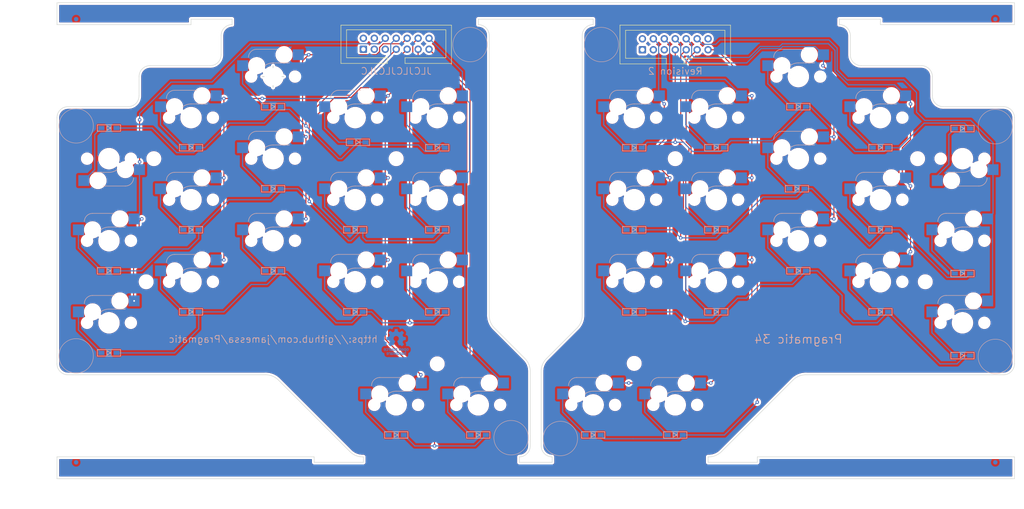
<source format=kicad_pcb>
(kicad_pcb (version 20211014) (generator pcbnew)
  (title_block (title "Pragmatic 34 input module") (date "2022-08-07") (rev "2") (company "James Sa") (comment 1 "R2 Panelize and lower thumb posisition."))
  (layers (0 "F.Cu" signal) (31 "B.Cu" signal) (34 "B.Paste" user) (35 "F.Paste" user) (36 "B.SilkS" user "B.Silkscreen") (37 "F.SilkS" user "F.Silkscreen") (38 "B.Mask" user) (39 "F.Mask" user) (44 "Edge.Cuts" user))
  (net 0 "")
  (net 1 "Net-(D1-Pad2)")
  (net 2 "Net-(D6-Pad2)")
  (net 3 "Net-(D2-Pad2)")
  (net 4 "Net-(D7-Pad2)")
  (net 5 "Net-(D12-Pad2)")
  (net 6 "Net-(D8-Pad2)")
  (net 7 "VCC")
  (net 8 "Col3")
  (net 9 "Col2")
  (net 10 "Row3")
  (net 11 "GND")
  (net 12 "Row4")
  (net 13 "Row5")
  (net 14 "Row6")
  (net 15 "Col6")
  (net 16 "Col5")
  (net 17 "Col4")
  (net 18 "Net-(D3-Pad2)")
  (net 19 "Net-(D4-Pad2)")
  (net 20 "Net-(D5-Pad2)")
  (net 21 "Net-(D18-Pad2)")
  (net 22 "Net-(D9-Pad2)")
  (net 23 "Net-(D10-Pad2)")
  (net 24 "Net-(D11-Pad2)")
  (net 25 "Net-(D13-Pad2)")
  (net 26 "Net-(D14-Pad2)")
  (net 27 "Net-(D15-Pad2)")
  (net 28 "Net-(D16-Pad2)")
  (net 29 "Net-(D17-Pad2)")
  (net 30 "Net-(D22-Pad2)")
  (net 31 "Net-(D23-Pad2)")
  (net 32 "Net-(D19-Pad2)")
  (net 33 "Net-(D20-Pad2)")
  (net 34 "Net-(D21-Pad2)")
  (net 35 "Net-(D24-Pad2)")
  (net 36 "Net-(D25-Pad2)")
  (net 37 "Net-(D26-Pad2)")
  (net 38 "Net-(D27-Pad2)")
  (net 39 "Net-(D28-Pad2)")
  (net 40 "Net-(D29-Pad2)")
  (net 41 "Net-(D30-Pad2)")
  (net 42 "Net-(D31-Pad2)")
  (net 43 "Net-(D32-Pad2)")
  (net 44 "Net-(D33-Pad2)")
  (net 45 "Net-(D34-Pad2)")
  (net 46 "Col7")
  (net 47 "Col8")
  (net 48 "Col9")
  (net 49 "Col10")
  (net 50 "Col11")
  (net 51 "Row3'")
  (net 52 "Row4'")
  (net 53 "Row5'")
  (net 54 "Row6'")
  (footprint "MountingHole:MountingHole_2.5mm" (layer "F.Cu") (at 67.564 76.2)
    (fp_text reference "H1")
    (fp_text value "MountingHole" hide)
  )
  (footprint "MountingHole:MountingHole_2.5mm" (layer "F.Cu") (at 65.786 104.775)
    (fp_text reference "H2")
    (fp_text value "MountingHole" hide)
  )
  (footprint "MountingHole:MountingHole_2.5mm" (layer "F.Cu") (at 123.825 76.2)
    (fp_text reference "H3")
    (fp_text value "MountingHole")
  )
  (footprint "Connector_IDC:IDC-Header_2x07_P2.54mm_Vertical" (layer "F.Cu") (at 116.205 50.8 90)
    (fp_text reference "J1" hide)
    (fp_text value "Hand-Soldering")
  )
  (footprint "MountingHole:MountingHole_2.5mm" (layer "F.Cu") (at 179.07 123.7234)
    (fp_text reference "H6")
    (fp_text value "MountingHole" hide)
  )
  (footprint "Connector_IDC:IDC-Header_2x07_P2.54mm_Vertical" (layer "F.Cu") (at 180.975 50.9175 90)
    (fp_text reference "J2")
    (fp_text value "Hand-Soldering")
  )
  (footprint "MountingHole:MountingHole_2.5mm" (layer "F.Cu") (at 244.856 76.2)
    (fp_text reference "H4")
    (fp_text value "MountingHole" hide)
  )
  (footprint "MountingHole:MountingHole_2.5mm" (layer "F.Cu") (at 246.634 104.775)
    (fp_text reference "H7")
    (fp_text value "MountingHole" hide)
  )
  (footprint "MountingHole:MountingHole_2.5mm" (layer "F.Cu") (at 188.595 76.2)
    (fp_text reference "H8")
    (fp_text value "MountingHole" hide)
  )
  (footprint "MountingHole:MountingHole_2.5mm" (layer "F.Cu") (at 133.35 123.825)
    (fp_text reference "H5")
    (fp_text value "MountingHole" hide)
  )
  (footprint "Keyboard_Foostan:D3_SMD_v2" (layer "B.Cu") (at 57.15 69.088 180)
    (fp_text reference "D1" hide)
    (fp_text value "1N4148" hide)
  )
  (footprint "Keyboard_Foostan:D3_SMD_v2" (layer "B.Cu") (at 198.12 73.66 180)
    (fp_text reference "D7" hide)
    (fp_text value "1N4148" hide)
  )
  (footprint "Keyboard_Foostan:D3_SMD_v2" (layer "B.Cu") (at 217.17 64.135 180)
    (fp_text reference "D8" hide)
    (fp_text value "1N4148" hide)
  )
  (footprint "Keyboard_JSA:MX_Hotswap" (layer "B.Cu") (at 57.15 76.2)
    (fp_text reference "SW1" hide)
    (fp_text value "SW_Push" hide)
  )
  (footprint "Keyboard_JSA:MX_Hotswap" (layer "B.Cu") (at 198.12 66.675 180)
    (fp_text reference "SW7" hide)
    (fp_text value "SW_Push" hide)
  )
  (footprint "Keyboard_JSA:MX_Hotswap" (layer "B.Cu") (at 217.17 57.15 180)
    (fp_text reference "SW8" hide)
    (fp_text value "SW_Push" hide)
  )
  (footprint "Keyboard_Foostan:D3_SMD_v2" (layer "B.Cu") (at 76.2 73.66 180)
    (fp_text reference "D2" hide)
    (fp_text value "1N4148" hide)
  )
  (footprint "Keyboard_JSA:MX_Hotswap" (layer "B.Cu") (at 76.2 66.675 180)
    (fp_text reference "SW2" hide)
    (fp_text value "SW_Push" hide)
  )
  (footprint "Keyboard_Foostan:D3_SMD_v2" (layer "B.Cu") (at 95.25 64.135 180)
    (fp_text reference "D3" hide)
    (fp_text value "1N4148" hide)
  )
  (footprint "Keyboard_Foostan:D3_SMD_v2" (layer "B.Cu") (at 114.935 72.39 180)
    (fp_text reference "D4" hide)
    (fp_text value "1N4148" hide)
  )
  (footprint "Keyboard_Foostan:D3_SMD_v2" (layer "B.Cu") (at 133.35 73.66 180)
    (fp_text reference "D5" hide)
    (fp_text value "1N4148" hide)
  )
  (footprint "Keyboard_Foostan:D3_SMD_v2" (layer "B.Cu") (at 236.22 73.66 180)
    (fp_text reference "D9" hide)
    (fp_text value "1N4148" hide)
  )
  (footprint "Keyboard_Foostan:D3_SMD_v2" (layer "B.Cu") (at 255.27 69.215 180)
    (fp_text reference "D10" hide)
    (fp_text value "1N4148" hide)
  )
  (footprint "Keyboard_Foostan:D3_SMD_v2" (layer "B.Cu") (at 57.15 102.235 180)
    (fp_text reference "D11" hide)
    (fp_text value "1N4148" hide)
  )
  (footprint "Keyboard_Foostan:D3_SMD_v2" (layer "B.Cu") (at 95.25 83.185 180)
    (fp_text reference "D13" hide)
    (fp_text value "1N4148" hide)
  )
  (footprint "Keyboard_Foostan:D3_SMD_v2" (layer "B.Cu") (at 114.3 92.71 180)
    (fp_text reference "D14" hide)
    (fp_text value "1N4148" hide)
  )
  (footprint "Keyboard_Foostan:D3_SMD_v2" (layer "B.Cu") (at 133.35 92.71 180)
    (fp_text reference "D15" hide)
    (fp_text value "1N4148" hide)
  )
  (footprint "Keyboard_Foostan:D3_SMD_v2" (layer "B.Cu") (at 179.07 92.71 180)
    (fp_text reference "D16" hide)
    (fp_text value "1N4148" hide)
  )
  (footprint "Keyboard_Foostan:D3_SMD_v2" (layer "B.Cu") (at 198.12 92.71 180)
    (fp_text reference "D17" hide)
    (fp_text value "1N4148" hide)
  )
  (footprint "Keyboard_Foostan:D3_SMD_v2" (layer "B.Cu") (at 76.2 111.76 180)
    (fp_text reference "D22" hide)
    (fp_text value "1N4148" hide)
  )
  (footprint "Keyboard_Foostan:D3_SMD_v2" (layer "B.Cu") (at 95.25 102.235 180)
    (fp_text reference "D23" hide)
    (fp_text value "1N4148" hide)
  )
  (footprint "Keyboard_JSA:MX_Hotswap" (layer "B.Cu") (at 95.25 57.15 180)
    (fp_text reference "SW3" hide)
    (fp_text value "SW_Push" hide)
  )
  (footprint "Keyboard_JSA:MX_Hotswap" (layer "B.Cu") (at 114.3 66.675 180)
    (fp_text reference "SW4" hide)
    (fp_text value "SW_Push" hide)
  )
  (footprint "Keyboard_JSA:MX_Hotswap" (layer "B.Cu") (at 133.35 66.675 180)
    (fp_text reference "SW5" hide)
    (fp_text value "SW_Push" hide)
  )
  (footprint "Keyboard_JSA:MX_Hotswap" (layer "B.Cu") (at 236.22 66.675 180)
    (fp_text reference "SW9" hide)
    (fp_text value "SW_Push" hide)
  )
  (footprint "Keyboard_JSA:MX_Hotswap" (layer "B.Cu") (at 255.27 76.2)
    (fp_text reference "SW10" hide)
    (fp_text value "SW_Push" hide)
  )
  (footprint "Keyboard_JSA:MX_Hotswap" (layer "B.Cu") (at 57.15 95.25 180)
    (fp_text reference "SW11" hide)
    (fp_text value "SW_Push" hide)
  )
  (footprint "Keyboard_JSA:MX_Hotswap" (layer "B.Cu") (at 95.25 76.2 180)
    (fp_text reference "SW13" hide)
    (fp_text value "SW_Push" hide)
  )
  (footprint "Keyboard_JSA:MX_Hotswap" (layer "B.Cu") (at 114.3 85.725 180)
    (fp_text reference "SW14" hide)
    (fp_text value "SW_Push" hide)
  )
  (footprint "Keyboard_JSA:MX_Hotswap" (layer "B.Cu") (at 133.35 85.725 180)
    (fp_text reference "SW15" hide)
    (fp_text value "SW_Push" hide)
  )
  (footprint "Keyboard_JSA:MX_Hotswap" (layer "B.Cu") (at 179.07 85.725 180)
    (fp_text reference "SW16" hide)
    (fp_text value "SW_Push" hide)
  )
  (footprint "Keyboard_JSA:MX_Hotswap" (layer "B.Cu") (at 198.12 85.725 180)
    (fp_text reference "SW17" hide)
    (fp_text value "SW_Push" hide)
  )
  (footprint "Keyboard_JSA:MX_Hotswap" (layer "B.Cu") (at 76.2 104.775 180)
    (fp_text reference "SW22" hide)
    (fp_text value "SW_Push" hide)
  )
  (footprint "Keyboard_JSA:MX_Hotswap" (layer "B.Cu") (at 95.25 95.25 180)
    (fp_text reference "SW23" hide)
    (fp_text value "SW_Push" hide)
  )
  (footprint "Keyboard_JSA:MX_Hotswap" (layer "B.Cu") (at 217.17 95.25 180)
    (fp_text reference "SW28" hide)
    (fp_text value "SW_Push" hide)
  )
  (footprint "Fiducial:Fiducial_1mm_Mask2mm" (layer "B.Cu") (at 262.89 43.815 180)
    (fp_text reference "REF**" hide)
    (fp_text value "Fiducial_1mm_Mask2mm" hide)
  )
  (footprint "Keyboard_JSA:MX_Hotswap" (layer "B.Cu") (at 169.545 133.35 180)
    (fp_text reference "SW33" hide)
    (fp_text value "SW_Push" hide)
  )
  (footprint "Fiducial:Fiducial_1mm_Mask2mm" (layer "B.Cu") (at 262.89 146.685 180)
    (fp_text reference "REF**" hide)
    (fp_text value "Fiducial_1mm_Mask2mm" hide)
  )
  (footprint "Keyboard_Foostan:D3_SMD_v2" (layer "B.Cu") (at 198.12 111.76 180)
    (fp_text reference "D27" hide)
    (fp_text value "1N4148" hide)
  )
  (footprint "Keyboard_Foostan:D3_SMD_v2" (layer "B.Cu") (at 255.27 102.87 180)
    (fp_text reference "D20" hide)
    (fp_text value "1N4148" hide)
  )
  (footprint "Keyboard_JSA:MX_Hotswap" (layer "B.Cu") (at 255.27 95.25 180)
    (fp_text reference "SW20" hide)
    (fp_text value "SW_Push" hide)
  )
  (footprint "Keyboard_Foostan:D3_SMD_v2" (layer "B.Cu") (at 57.15 121.285 180)
    (fp_text reference "D21" hide)
    (fp_text value "1N4148" hide)
  )
  (footprint "Keyboard_Foostan:D3_SMD_v2" (layer "B.Cu") (at 217.17 102.235 180)
    (fp_text reference "D28" hide)
    (fp_text value "1N4148" hide)
  )
  (footprint "Keyboard_JSA:MX_Hotswap" (layer "B.Cu") (at 236.22 85.725 180)
    (fp_text reference "SW19" hide)
    (fp_text value "SW_Push" hide)
  )
  (footprint "Keyboard_JSA:MX_Hotswap" (layer "B.Cu") (at 179.07 104.775 180)
    (fp_text reference "SW26" hide)
    (fp_text value "SW_Push" hide)
  )
  (footprint "Keyboard_JSA:MX_Hotswap" (layer "B.Cu") (at 123.825 133.35 180)
    (fp_text reference "SW31" hide)
    (fp_text value "SW_Push" hide)
  )
  (footprint "Keyboard_Foostan:D3_SMD_v2" (layer "B.Cu") (at 133.35 111.76 180)
    (fp_text reference "D25" hide)
    (fp_text value "1N4148" hide)
  )
  (footprint "Keyboard_JSA:MX_Hotswap" (layer "B.Cu") (at 188.595 133.35 180)
    (fp_text reference "SW34" hide)
    (fp_text value "SW_Push" hide)
  )
  (footprint "Keyboard_Foostan:D3_SMD_v2" (layer "B.Cu") (at 76.2 92.71 180)
    (fp_text reference "D12" hide)
    (fp_text value "1N4148" hide)
  )
  (footprint "Keyboard_Foostan:D3_SMD_v2" (layer "B.Cu") (at 169.545 140.335 180)
    (fp_text reference "D33" hide)
    (fp_text value "1N4148" hide)
  )
  (footprint "Keyboard_JSA:MX_Hotswap" (layer "B.Cu") (at 198.12 104.775 180)
    (fp_text reference "SW27" hide)
    (fp_text value "SW_Push" hide)
  )
  (footprint "Keyboard_Foostan:D3_SMD_v2" (layer "B.Cu") (at 179.07 111.76 180)
    (fp_text reference "D26" hide)
    (fp_text value "1N4148" hide)
  )
  (footprint "Keyboard_Foostan:D3_SMD_v2" (layer "B.Cu") (at 142.875 140.335 180)
    (fp_text reference "D32" hide)
    (fp_text value "1N4148" hide)
  )
  (footprint "Keyboard_Foostan:D3_SMD_v2" (layer "B.Cu") (at 114.3 111.76 180)
    (fp_text reference "D24" hide)
    (fp_text value "1N4148" hide)
  )
  (footprint "Fiducial:Fiducial_1mm_Mask2mm" (layer "B.Cu") (at 49.53 43.815 180)
    (fp_text reference "REF**" hide)
    (fp_text value "Fiducial_1mm_Mask2mm" hide)
  )
  (footprint "Keyboard_JSA:MX_Hotswap" (layer "B.Cu") (at 236.22 104.775 180)
    (fp_text reference "SW29" hide)
    (fp_text value "SW_Push" hide)
  )
  (footprint "Keyboard_JSA:MX_Hotswap" (layer "B.Cu") (at 114.3 104.775 180)
    (fp_text reference "SW24" hide)
    (fp_text value "SW_Push" hide)
  )
  (footprint "Keyboard_Foostan:D3_SMD_v2" (layer "B.Cu") (at 236.22 111.76 180)
    (fp_text reference "D29" hide)
    (fp_text value "1N4148" hide)
  )
  (footprint "Keyboard_Foostan:D3_SMD_v2" (layer "B.Cu") (at 188.595 140.335 180)
    (fp_text reference "D34" hide)
    (fp_text value "1N4148" hide)
  )
  (footprint "Symbol:KiCad-Logo2_5mm_Copper" (layer "B.Cu") (at 188.600617 119.801468 180)
    (fp_text reference "REF**" hide)
    (fp_text value "KiCad-Logo2_5mm_Copper" hide)
  )
  (footprint "Keyboard_Foostan:D3_SMD_v2" (layer "B.Cu") (at 236.22 92.71 180)
    (fp_text reference "D19" hide)
    (fp_text value "1N4148" hide)
  )
  (footprint "Keyboard_Foostan:D3_SMD_v2" (layer "B.Cu") (at 123.825 140.335 180)
    (fp_text reference "D31" hide)
    (fp_text value "1N4148" hide)
  )
  (footprint "Keyboard_JSA:MX_Hotswap" (layer "B.Cu") (at 57.15 114.3 180)
    (fp_text reference "SW21" hide)
    (fp_text value "SW_Push" hide)
  )
  (footprint "Keyboard_JSA:MX_Hotswap" (layer "B.Cu") (at 133.35 104.775 180)
    (fp_text reference "SW25" hide)
    (fp_text value "SW_Push" hide)
  )
  (footprint "Keyboard_JSA:MX_Hotswap" (layer "B.Cu") (at 255.27 114.3 180)
    (fp_text reference "SW30" hide)
    (fp_text value "SW_Push" hide)
  )
  (footprint "Keyboard_JSA:MX_Hotswap" (layer "B.Cu") (at 76.2 85.725 180)
    (fp_text reference "SW12" hide)
    (fp_text value "SW_Push" hide)
  )
  (footprint "Keyboard_JSA:MX_Hotswap" (layer "B.Cu") (at 179.07 66.675 180)
    (fp_text reference "SW6" hide)
    (fp_text value "SW_Push" hide)
  )
  (footprint "Keyboard_Foostan:D3_SMD_v2" (layer "B.Cu") (at 216.85 83.185 180)
    (fp_text reference "D18" hide)
    (fp_text value "1N4148" hide)
  )
  (footprint "Symbol:OSHW-Logo_5.7x6mm_Copper" (layer "B.Cu") (at 123.825 118.745 180)
    (fp_text reference "LOGO1" hide)
    (fp_text value "Logo_Open_Hardware_Small" hide)
  )
  (footprint "Keyboard_Foostan:D3_SMD_v2" (layer "B.Cu") (at 255.27 121.92 180)
    (fp_text reference "D30" hide)
    (fp_text value "1N4148" hide)
  )
  (footprint "Fiducial:Fiducial_1mm_Mask2mm" (layer "B.Cu") (at 49.53 146.685 180)
    (fp_text reference "REF**" hide)
    (fp_text value "Fiducial_1mm_Mask2mm" hide)
  )
  (footprint "Keyboard_JSA:MX_Hotswap" (layer "B.Cu") (at 217.17 76.2 180)
    (fp_text reference "SW18" hide)
    (fp_text value "SW_Push" hide)
  )
  (footprint "Keyboard_Foostan:D3_SMD_v2" (layer "B.Cu") (at 179.07 73.66 180)
    (fp_text reference "D6" hide)
    (fp_text value "1N4148" hide)
  )
  (footprint "Keyboard_JSA:MX_Hotswap" (layer "B.Cu") (at 142.875 133.35 180)
    (fp_text reference "SW32" hide)
    (fp_text value "SW_Push" hide)
  )
  (gr_circle (center 49.53 68.58) (end 53.53 68.58) (layer "B.SilkS") (width 0.1) (fill none))
  (gr_circle (center 161.925 141.16) (end 165.925 141.16) (layer "B.SilkS") (width 0.1) (fill none))
  (gr_circle (center 49.53 121.983) (end 53.53 121.983) (layer "B.SilkS") (width 0.1) (fill none))
  (gr_circle (center 140.97 49.72) (end 144.97 49.72) (layer "B.SilkS") (width 0.1) (fill none))
  (gr_circle (center 262.89 68.77) (end 266.89 68.77) (layer "B.SilkS") (width 0.1) (fill none))
  (gr_circle (center 150.495 140.97) (end 154.495 140.97) (layer "B.SilkS") (width 0.1) (fill none))
  (gr_circle (center 171.45 49.72) (end 175.45 49.72) (layer "B.SilkS") (width 0.1) (fill none))
  (gr_circle (center 262.89 122.11) (end 266.89 122.11) (layer "B.SilkS") (width 0.1) (fill none))
  (gr_line (start 267.335 145.415) (end 207.645 145.415) (layer "Edge.Cuts") (width 0.12))
  (gr_arc (start 146.685 115.57) (mid 145.710394 114.118342) (end 145.415 112.395) (layer "Edge.Cuts") (width 0.12))
  (gr_line (start 207.645 146.685) (end 207.645 145.415) (layer "Edge.Cuts") (width 0.12))
  (gr_line (start 116.205 146.685) (end 104.775 146.685) (layer "Edge.Cuts") (width 0.12))
  (gr_line (start 45.085 145.415) (end 45.085 150.495) (layer "Edge.Cuts") (width 0.12))
  (gr_arc (start 153.67 122.555) (mid 154.644606 124.006658) (end 154.94 125.73) (layer "Edge.Cuts") (width 0.12))
  (gr_line (start 267.335 40.005) (end 267.335 45.085) (layer "Edge.Cuts") (width 0.12))
  (gr_arc (start 215.9 127.635) (mid 217.351658 126.660394) (end 219.075 126.365) (layer "Edge.Cuts") (width 0.12))
  (gr_arc (start 250.825 64.135) (mid 249.028949 63.391051) (end 248.285 61.595) (layer "Edge.Cuts") (width 0.12))
  (gr_line (start 264.795 64.135) (end 250.825 64.135) (layer "Edge.Cuts") (width 0.12))
  (gr_line (start 45.085 66.675) (end 45.085 123.825) (layer "Edge.Cuts") (width 0.12))
  (gr_arc (start 167.005 112.395) (mid 166.709607 114.118343) (end 165.735 115.57) (layer "Edge.Cuts") (width 0.12))
  (gr_line (start 85.725 45.085) (end 85.725 43.815) (layer "Edge.Cuts") (width 0.12))
  (gr_arc (start 267.335 123.825) (mid 266.591051 125.621051) (end 264.795 126.365) (layer "Edge.Cuts") (width 0.12))
  (gr_line (start 142.875 43.815) (end 169.545 43.815) (layer "Edge.Cuts") (width 0.12))
  (gr_line (start 267.335 123.825) (end 267.335 66.675) (layer "Edge.Cuts") (width 0.12))
  (gr_arc (start 45.085 66.675) (mid 45.828949 64.878949) (end 47.625 64.135) (layer "Edge.Cuts") (width 0.12))
  (gr_line (start 229.235 52.07) (end 229.235 47.625) (layer "Edge.Cuts") (width 0.12))
  (gr_arc (start 116.205 145.415) (mid 114.481658 145.119606) (end 113.03 144.145) (layer "Edge.Cuts") (width 0.12))
  (gr_line (start 267.335 40.005) (end 45.085 40.005) (layer "Edge.Cuts") (width 0.12))
  (gr_line (start 116.205 145.415) (end 116.205 146.685) (layer "Edge.Cuts") (width 0.12))
  (gr_arc (start 93.345 126.365) (mid 95.068342 126.660394) (end 96.52 127.635) (layer "Edge.Cuts") (width 0.12))
  (gr_line (start 215.9 127.635) (end 199.39 144.145) (layer "Edge.Cuts") (width 0.12))
  (gr_line (start 76.2 43.815) (end 76.2 45.085) (layer "Edge.Cuts") (width 0.12))
  (gr_line (start 45.085 45.085) (end 45.085 40.005) (layer "Edge.Cuts") (width 0.12))
  (gr_line (start 152.4 146.685) (end 160.02 146.685) (layer "Edge.Cuts") (width 0.12))
  (gr_arc (start 64.135 61.595) (mid 63.391051 63.391051) (end 61.595 64.135) (layer "Edge.Cuts") (width 0.12))
  (gr_line (start 80.645 54.61) (end 66.675 54.61) (layer "Edge.Cuts") (width 0.12))
  (gr_arc (start 226.695 45.085) (mid 228.491051 45.828949) (end 229.235 47.625) (layer "Edge.Cuts") (width 0.12))
  (gr_line (start 219.075 126.365) (end 264.795 126.365) (layer "Edge.Cuts") (width 0.12))
  (gr_line (start 236.22 43.815) (end 226.695 43.815) (layer "Edge.Cuts") (width 0.12))
  (gr_line (start 113.03 144.145) (end 96.52 127.635) (layer "Edge.Cuts") (width 0.12))
  (gr_arc (start 47.625 126.365) (mid 45.828949 125.621051) (end 45.085 123.825) (layer "Edge.Cuts") (width 0.12))
  (gr_arc (start 83.185 52.07) (mid 82.441051 53.866051) (end 80.645 54.61) (layer "Edge.Cuts") (width 0.12))
  (gr_arc (start 64.135 57.15) (mid 64.878949 55.353949) (end 66.675 54.61) (layer "Edge.Cuts") (width 0.12))
  (gr_line (start 169.545 43.815) (end 169.545 45.085) (layer "Edge.Cuts") (width 0.12))
  (gr_arc (start 160.02 145.415) (mid 158.223949 144.671051) (end 157.48 142.875) (layer "Edge.Cuts") (width 0.12))
  (gr_line (start 61.595 64.135) (end 47.625 64.135) (layer "Edge.Cuts") (width 0.12))
  (gr_line (start 47.625 126.365) (end 93.345 126.365) (layer "Edge.Cuts") (width 0.12))
  (gr_arc (start 264.795 64.135) (mid 266.591051 64.878949) (end 267.335 66.675) (layer "Edge.Cuts") (width 0.12))
  (gr_line (start 104.775 145.415) (end 104.775 146.685) (layer "Edge.Cuts") (width 0.12))
  (gr_arc (start 245.745 54.61) (mid 247.541051 55.353949) (end 248.285 57.15) (layer "Edge.Cuts") (width 0.12))
  (gr_line (start 226.695 43.815) (end 226.695 45.085) (layer "Edge.Cuts") (width 0.12))
  (gr_arc (start 83.185 47.625) (mid 83.928949 45.828949) (end 85.725 45.085) (layer "Edge.Cuts") (width 0.12))
  (gr_arc (start 157.48 125.73) (mid 157.775393 124.006657) (end 158.75 122.555) (layer "Edge.Cuts") (width 0.12))
  (gr_line (start 267.335 45.085) (end 236.22 45.085) (layer "Edge.Cuts") (width 0.12))
  (gr_line (start 157.48 142.875) (end 157.48 125.73) (layer "Edge.Cuts") (width 0.12))
  (gr_line (start 85.725 43.815) (end 76.2 43.815) (layer "Edge.Cuts") (width 0.12))
  (gr_line (start 153.67 122.555) (end 146.685 115.57) (layer "Edge.Cuts") (width 0.12))
  (gr_line (start 152.4 145.415) (end 152.4 146.685) (layer "Edge.Cuts") (width 0.12))
  (gr_arc (start 199.39 144.145) (mid 197.938342 145.119606) (end 196.215 145.415) (layer "Edge.Cuts") (width 0.12))
  (gr_line (start 83.185 47.625) (end 83.185 52.07) (layer "Edge.Cuts") (width 0.12))
  (gr_line (start 167.005 47.625) (end 167.005 112.395) (layer "Edge.Cuts") (width 0.12))
  (gr_line (start 104.775 145.415) (end 45.085 145.415) (layer "Edge.Cuts") (width 0.12))
  (gr_line (start 160.02 146.685) (end 160.02 145.415) (layer "Edge.Cuts") (width 0.12))
  (gr_line (start 196.215 146.685) (end 196.215 145.415) (layer "Edge.Cuts") (width 0.12))
  (gr_line (start 165.735 115.57) (end 158.75 122.555) (layer "Edge.Cuts") (width 0.12))
  (gr_arc (start 231.775 54.61) (mid 229.978949 53.866051) (end 229.235 52.07) (layer "Edge.Cuts") (width 0.12))
  (gr_arc (start 154.94 142.875) (mid 154.196051 144.671051) (end 152.4 145.415) (layer "Edge.Cuts") (width 0.12))
  (gr_line (start 154.94 125.73) (end 154.94 142.875) (layer "Edge.Cuts") (width 0.12))
  (gr_line (start 267.335 150.495) (end 45.085 150.495) (layer "Edge.Cuts") (width 0.12))
  (gr_line (start 267.335 150.495) (end 267.335 145.415) (layer "Edge.Cuts") (width 0.12))
  (gr_line (start 236.22 45.085) (end 236.22 43.815) (layer "Edge.Cuts") (width 0.12))
  (gr_line (start 76.2 45.085) (end 45.085 45.085) (layer "Edge.Cuts") (width 0.12))
  (gr_arc (start 167.005 47.625) (mid 167.748949 45.828949) (end 169.545 45.085) (layer "Edge.Cuts") (width 0.12))
  (gr_line (start 142.875 45.085) (end 142.875 43.815) (layer "Edge.Cuts") (width 0.12))
  (gr_line (start 245.745 54.61) (end 231.775 54.61) (layer "Edge.Cuts") (width 0.12))
  (gr_line (start 64.135 57.15) (end 64.135 61.595) (layer "Edge.Cuts") (width 0.12))
  (gr_line (start 248.285 61.595) (end 248.285 57.15) (layer "Edge.Cuts") (width 0.12))
  (gr_line (start 145.415 112.395) (end 145.415 47.625) (layer "Edge.Cuts") (width 0.12))
  (gr_arc (start 142.875 45.085) (mid 144.671051 45.828949) (end 145.415 47.625) (layer "Edge.Cuts") (width 0.12))
  (gr_line (start 207.645 146.685) (end 196.215 146.685) (layer "Edge.Cuts") (width 0.12))
  (gr_text "Pragmatic 34" (at 217.17 118.11) (layer "B.SilkS") (effects (font (size 2 2) (thickness 0.2)) (justify mirror)))
  (gr_text "김" (at 68.58 93.98) (layer "B.SilkS") (effects (font (size 1 1)) (justify mirror)))
  (gr_text "JLCJLCJLCJLC" (at 123.825 55.88) (layer "B.SilkS") (effects (font (size 1.6 1.6) (thickness 0.16)) (justify mirror)))
  (gr_text "https://github.com/jamessa/Pragmatic" (at 95.25 118.11) (layer "B.SilkS") (effects (font (size 1.6 1.6) (thickness 0.16)) (justify mirror)))
  (gr_text "김" (at 67.31 94.615) (layer "B.SilkS") (effects (font (size 1.5 1.5)) (justify mirror)))
  (gr_text "Revision 2" (at 188.595 55.88) (layer "B.SilkS") (effects (font (size 1.6 1.6) (thickness 0.16)) (justify mirror)))
  (target plus (at 95.25 57.15) (size 5) (width 0.12) (layer "Edge.Cuts"))
  (target plus (at 95.25 57.15) (size 5) (width 0.12) (layer "Edge.Cuts"))
  (segment (start 53.848 70.615) (end 55.375 69.088) (width 0.25) (layer "B.Cu") (net 1))
  (segment (start 51.308 81.28) (end 53.848 78.74) (width 0.25) (layer "B.Cu") (net 1))
  (segment (start 53.848 78.74) (end 53.848 70.615) (width 0.25) (layer "B.Cu") (net 1))
  (segment (start 171.985 64.135) (end 171.985 68.35) (width 0.25) (layer "B.Cu") (net 2))
  (segment (start 171.985 68.35) (end 177.295 73.66) (width 0.25) (layer "B.Cu") (net 2))
  (segment (start 69.115 64.135) (end 69.115 68.35) (width 0.25) (layer "B.Cu") (net 3))
  (segment (start 69.115 68.35) (end 74.425 73.66) (width 0.25) (layer "B.Cu") (net 3))
  (segment (start 196.345 73.66) (end 191.035 68.35) (width 0.25) (layer "B.Cu") (net 4))
  (segment (start 191.035 68.35) (end 191.035 64.135) (width 0.25) (layer "B.Cu") (net 4))
  (segment (start 69.115 87.4) (end 74.425 92.71) (width 0.25) (layer "B.Cu") (net 5))
  (segment (start 69.115 83.185) (end 69.115 87.4) (width 0.25) (layer "B.Cu") (net 5))
  (segment (start 215.395 64.135) (end 210.085 58.825) (width 0.25) (layer "B.Cu") (net 6))
  (segment (start 210.085 58.825) (end 210.085 54.61) (width 0.25) (layer "B.Cu") (net 6))
  (segment (start 92.71 62.23) (end 83.82 62.23) (width 0.25) (layer "F.Cu") (net 8))
  (segment (start 83.82 80.645) (end 83.82 99.695) (width 0.25) (layer "F.Cu") (net 8))
  (segment (start 83.82 62.23) (end 83.82 80.645) (width 0.25) (layer "F.Cu") (net 8))
  (via (at 92.71 62.23) (size 0.8) (drill 0.4) (layers "F.Cu" "B.Cu") (net 8))
  (via (at 83.82 62.23) (size 0.8) (drill 0.4) (layers "F.Cu" "B.Cu") (net 8))
  (via (at 83.82 80.645) (size 0.8) (drill 0.4) (layers "F.Cu" "B.Cu") (net 8))
  (via (at 83.82 99.695) (size 0.8) (drill 0.4) (layers "F.Cu" "B.Cu") (net 8))
  (segment (start 123.825 48.26) (end 122.555 49.53) (width 0.25) (layer "B.Cu") (net 8))
  (segment (start 83.82 99.695) (end 82.042 99.695) (width 0.25) (layer "B.Cu") (net 8))
  (segment (start 83.82 62.23) (end 82.677 62.23) (width 0.25) (layer "B.Cu") (net 8))
  (segment (start 122.555 52.07) (end 112.395 62.23) (width 0.25) (layer "B.Cu") (net 8))
  (segment (start 83.82 80.645) (end 82.042 80.645) (width 0.25) (layer "B.Cu") (net 8))
  (segment (start 112.395 62.23) (end 92.71 62.23) (width 0.25) (layer "B.Cu") (net 8))
  (segment (start 122.555 49.53) (end 122.555 52.07) (width 0.25) (layer "B.Cu") (net 8))
  (segment (start 82.677 62.23) (end 82.042 61.595) (width 0.25) (layer "B.Cu") (net 8))
  (segment (start 62.865 101.6) (end 62.865 109.093) (width 0.25) (layer "F.Cu") (net 9))
  (segment (start 64.160999 100.304001) (end 62.865 101.6) (width 0.25) (layer "F.Cu") (net 9))
  (segment (start 62.865 109.093) (end 62.992 109.22) (width 0.25) (layer "F.Cu") (net 9))
  (segment (start 64.262 76.962) (end 64.262 67.183) (width 0.25) (layer "F.Cu") (net 9))
  (segment (start 64.77 90.17) (end 64.160999 90.779001) (width 0.25) (layer "F.Cu") (net 9))
  (segment (start 64.160999 90.779001) (end 64.160999 100.304001) (width 0.25) (layer "F.Cu") (net 9))
  (via (at 64.77 90.17) (size 0.8) (drill 0.4) (layers "F.Cu" "B.Cu") (net 9))
  (via (at 64.262 76.962) (size 0.8) (drill 0.4) (layers "F.Cu" "B.Cu") (net 9))
  (via (at 64.262 67.183) (size 0.8) (drill 0.4) (layers "F.Cu" "B.Cu") (net 9))
  (via (at 62.992 109.22) (size 0.8) (drill 0.4) (layers "F.Cu" "B.Cu") (net 9))
  (segment (start 64.262 65.705) (end 64.262 67.183) (width 0.25) (layer "B.Cu") (net 9))
  (segment (start 64.235 78.74) (end 64.235 88.927) (width 0.25) (layer "B.Cu") (net 9))
  (segment (start 64.262 78.713) (end 64.235 78.74) (width 0.25) (layer "B.Cu") (net 9))
  (segment (start 71.547 58.42) (end 64.262 65.705) (width 0.25) (layer "B.Cu") (net 9))
  (segment (start 64.262 76.962) (end 64.262 78.713) (width 0.25) (layer "B.Cu") (net 9))
  (segment (start 120.015 49.53) (end 89.962 49.53) (width 0.25) (layer "B.Cu") (net 9))
  (segment (start 64.77 90.17) (end 62.992 90.17) (width 0.25) (layer "B.Cu") (net 9))
  (segment (start 81.072 58.42) (end 71.547 58.42) (width 0.25) (layer "B.Cu") (net 9))
  (segment (start 121.285 48.26) (end 120.015 49.53) (width 0.25) (layer "B.Cu") (net 9))
  (segment (start 64.235 88.927) (end 62.992 90.17) (width 0.25) (layer "B.Cu") (net 9))
  (segment (start 89.962 49.53) (end 81.072 58.42) (width 0.25) (layer "B.Cu") (net 9))
  (segment (start 113.141651 61.483349) (end 108.061651 61.483349) (width 0.25) (layer "F.Cu") (net 10))
  (segment (start 108.061651 61.483349) (end 102.87 66.675) (width 0.25) (layer "F.Cu") (net 10))
  (segment (start 102.87 66.675) (end 102.87 68.58) (width 0.25) (layer "F.Cu") (net 10))
  (segment (start 123.825 50.8) (end 113.141651 61.483349) (width 0.25) (layer "F.Cu") (net 10))
  (via (at 102.87 68.58) (size 0.8) (drill 0.4) (layers "F.Cu" "B.Cu") (net 10))
  (segment (start 130.496 74.539) (end 128.982 73.025) (width 0.25) (layer "B.Cu") (net 10))
  (segment (start 58.925 69.088) (end 67.183 69.088) (width 0.25) (layer "B.Cu") (net 10))
  (segment (start 110.49 76.2) (end 102.87 68.58) (width 0.25) (layer "B.Cu") (net 10))
  (segment (start 76.832 74.803) (end 77.975 73.66) (width 0.25) (layer "B.Cu") (net 10))
  (segment (start 135.255 73.66) (end 134.62 73.025) (width 0.25) (layer "B.Cu") (net 10))
  (segment (start 128.982 73.025) (end 117.345 73.025) (width 0.25) (layer "B.Cu") (net 10))
  (segment (start 111.125 76.2) (end 110.49 76.2) (width 0.25) (layer "B.Cu") (net 10))
  (segment (start 85.09 67.945) (end 79.375 73.66) (width 0.25) (layer "B.Cu") (net 10))
  (segment (start 97.155 64.77) (end 97.025 64.64) (width 0.25) (layer "B.Cu") (net 10))
  (segment (start 134.62 73.025) (end 133.106 74.539) (width 0.25) (layer "B.Cu") (net 10))
  (segment (start 135.125 73.66) (end 135.255 73.66) (width 0.25) (layer "B.Cu") (net 10))
  (segment (start 102.87 68.58) (end 99.06 64.77) (width 0.25) (layer "B.Cu") (net 10))
  (segment (start 114.935 72.39) (end 111.125 76.2) (width 0.25) (layer "B.Cu") (net 10))
  (segment (start 67.183 69.088) (end 72.898 74.803) (width 0.25) (layer "B.Cu") (net 10))
  (segment (start 117.345 73.025) (end 116.71 72.39) (width 0.25) (layer "B.Cu") (net 10))
  (segment (start 97.025 64.64) (end 97.025 64.135) (width 0.25) (layer "B.Cu") (net 10))
  (segment (start 116.71 72.39) (end 114.935 72.39) (width 0.25) (layer "B.Cu") (net 10))
  (segment (start 93.215 67.945) (end 85.09 67.945) (width 0.25) (layer "B.Cu") (net 10))
  (segment (start 72.898 74.803) (end 76.832 74.803) (width 0.25) (layer "B.Cu") (net 10))
  (segment (start 99.06 64.77) (end 97.155 64.77) (width 0.25) (layer "B.Cu") (net 10))
  (segment (start 97.025 64.135) (end 93.215 67.945) (width 0.25) (layer "B.Cu") (net 10))
  (segment (start 79.375 73.66) (end 77.975 73.66) (width 0.25) (layer "B.Cu") (net 10))
  (segment (start 133.106 74.539) (end 130.496 74.539) (width 0.25) (layer "B.Cu") (net 10))
  (segment (start 113.350208 61.98685) (end 109.540208 61.98685) (width 0.25) (layer "F.Cu") (net 12))
  (segment (start 126.365 50.8) (end 117.445001 59.719999) (width 0.25) (layer "F.Cu") (net 12))
  (segment (start 103.6485 67.878558) (end 103.6485 86.133924) (width 0.25) (layer "F.Cu") (net 12))
  (segment (start 115.617059 59.719999) (end 113.350208 61.98685) (width 0.25) (layer "F.Cu") (net 12))
  (segment (start 117.445001 59.719999) (end 115.617059 59.719999) (width 0.25) (layer "F.Cu") (net 12))
  (segment (start 109.540208 61.98685) (end 103.6485 67.878558) (width 0.25) (layer "F.Cu") (net 12))
  (via (at 103.6485 86.133924) (size 0.8) (drill 0.4) (layers "F.Cu" "B.Cu") (net 12))
  (segment (start 77.975 94.745) (end 75.565 97.155) (width 0.25) (layer "B.Cu") (net 12))
  (segment (start 103.6485 85.8685) (end 103.6485 86.133924) (width 0.25) (layer "B.Cu") (net 12))
  (segment (start 115.875 92.71) (end 113.335 95.25) (width 0.25) (layer "B.Cu") (net 12))
  (segment (start 116.075 94.485) (end 116.075 92.71) (width 0.25) (layer "B.Cu") (net 12))
  (segment (start 97.025 83.185) (end 97.025 83.315) (width 0.25) (layer "B.Cu") (net 12))
  (segment (start 97.025 83.315) (end 94.615 85.725) (width 0.25) (layer "B.Cu") (net 12))
  (segment (start 97.025 83.185) (end 100.965 83.185) (width 0.25) (layer "B.Cu") (net 12))
  (segment (start 132.585 95.25) (end 116.84 95.25) (width 0.25) (layer "B.Cu") (net 12))
  (segment (start 84.96 85.725) (end 77.975 92.71) (width 0.25) (layer "B.Cu") (net 12))
  (segment (start 77.975 92.71) (end 77.975 94.745) (width 0.25) (layer "B.Cu") (net 12))
  (segment (start 135.125 92.71) (end 132.585 95.25) (width 0.25) (layer "B.Cu") (net 12))
  (segment (start 116.84 95.25) (end 116.075 94.485) (width 0.25) (layer "B.Cu") (net 12))
  (segment (start 69.85 97.155) (end 64.77 102.235) (width 0.25) (layer "B.Cu") (net 12))
  (segment (start 75.565 97.155) (end 69.85 97.155) (width 0.25) (layer "B.Cu") (net 12))
  (segment (start 113.335 95.25) (end 112.764576 95.25) (width 0.25) (layer "B.Cu") (net 12))
  (segment (start 112.764576 95.25) (end 103.6485 86.133924) (width 0.25) (layer "B.Cu") (net 12))
  (segment (start 100.965 83.185) (end 103.6485 85.8685) (width 0.25) (layer "B.Cu") (net 12))
  (segment (start 116.075 92.71) (end 115.875 92.71) (width 0.25) (layer "B.Cu") (net 12))
  (segment (start 64.77 102.235) (end 58.925 102.235) (width 0.25) (layer "B.Cu") (net 12))
  (segment (start 94.615 85.725) (end 84.96 85.725) (width 0.25) (layer "B.Cu") (net 12))
  (segment (start 126.944999 57.282059) (end 126.944999 114.244999) (width 0.25) (layer "F.Cu") (net 13))
  (segment (start 128.905 55.322058) (end 126.944999 57.282059) (width 0.25) (layer "F.Cu") (net 13))
  (segment (start 128.905 50.8) (end 128.905 55.322058) (width 0.25) (layer "F.Cu") (net 13))
  (segment (start 126.944999 114.244999) (end 127 114.3) (width 0.25) (layer "F.Cu") (net 13))
  (via (at 127 114.3) (size 0.8) (drill 0.4) (layers "F.Cu" "B.Cu") (net 13))
  (segment (start 113.535 114.3) (end 109.855 114.3) (width 0.25) (layer "B.Cu") (net 13))
  (segment (start 83.82 111.76) (end 77.975 111.76) (width 0.25) (layer "B.Cu") (net 13))
  (segment (start 120.65 114.3) (end 118.11 111.76) (width 0.25) (layer "B.Cu") (net 13))
  (segment (start 77.975 111.76) (end 77.975 115.7) (width 0.25) (layer "B.Cu") (net 13))
  (segment (start 93.85 105.41) (end 90.17 105.41) (width 0.25) (layer "B.Cu") (net 13))
  (segment (start 97.025 102.235) (end 93.85 105.41) (width 0.25) (layer "B.Cu") (net 13))
  (segment (start 116.075 111.76) (end 113.535 114.3) (width 0.25) (layer "B.Cu") (net 13))
  (segment (start 98.425 102.87) (end 97.66 102.87) (width 0.25) (layer "B.Cu") (net 13))
  (segment (start 135.125 111.76) (end 132.585 114.3) (width 0.25) (layer "B.Cu") (net 13))
  (segment (start 72.39 121.285) (end 58.925 121.285) (width 0.25) (layer "B.Cu") (net 13))
  (segment (start 90.17 105.41) (end 83.82 111.76) (width 0.25) (layer "B.Cu") (net 13))
  (segment (start 97.66 102.87) (end 97.025 102.235) (width 0.25) (layer "B.Cu") (net 13))
  (segment (start 109.855 114.3) (end 98.425 102.87) (width 0.25) (layer "B.Cu") (net 13))
  (segment (start 118.11 111.76) (end 116.075 111.76) (width 0.25) (layer "B.Cu") (net 13))
  (segment (start 77.975 115.7) (end 72.39 121.285) (width 0.25) (layer "B.Cu") (net 13))
  (segment (start 132.585 114.3) (end 120.65 114.3) (width 0.25) (layer "B.Cu") (net 13))
  (segment (start 140.97 60.325) (end 140.97 121.285) (width 0.25) (layer "F.Cu") (net 14))
  (segment (start 140.97 121.285) (end 132.715 129.54) (width 0.25) (layer "F.Cu") (net 14))
  (segment (start 132.715 129.54) (end 132.715 142.875) (width 0.25) (layer "F.Cu") (net 14))
  (segment (start 131.445 50.8) (end 140.97 60.325) (width 0.25) (layer "F.Cu") (net 14))
  (via (at 132.715 142.875) (size 0.8) (drill 0.4) (layers "F.Cu" "B.Cu") (net 14))
  (segment (start 142.11 142.875) (end 132.715 142.875) (width 0.25) (layer "B.Cu") (net 14))
  (segment (start 128.14 142.875) (end 125.6 140.335) (width 0.25) (layer "B.Cu") (net 14))
  (segment (start 144.65 140.335) (end 142.11 142.875) (width 0.25) (layer "B.Cu") (net 14))
  (segment (start 132.715 142.875) (end 128.14 142.875) (width 0.25) (layer "B.Cu") (net 14))
  (segment (start 139.755001 81.208001) (end 139.755001 99.131999) (width 0.25) (layer "B.Cu") (net 15))
  (segment (start 140.852667 63.255667) (end 140.852667 78.984333) (width 0.25) (layer "B.Cu") (net 15))
  (segment (start 139.192 80.645) (end 139.755001 81.208001) (width 0.25) (layer "B.Cu") (net 15))
  (segment (start 139.192 61.595) (end 140.852667 63.255667) (width 0.25) (layer "B.Cu") (net 15))
  (segment (start 139.755001 99.131999) (end 139.192 99.695) (width 0.25) (layer "B.Cu") (net 15))
  (segment (start 139.755001 119.308001) (end 148.717 128.27) (width 0.25) (layer "B.Cu") (net 15))
  (segment (start 140.852667 78.984333) (end 139.192 80.645) (width 0.25) (layer "B.Cu") (net 15))
  (segment (start 139.192 99.695) (end 139.755001 100.258001) (width 0.25) (layer "B.Cu") (net 15))
  (segment (start 139.755001 100.258001) (end 139.755001 119.308001) (width 0.25) (layer "B.Cu") (net 15))
  (segment (start 139.192 56.007) (end 139.192 61.595) (width 0.25) (layer "B.Cu") (net 15))
  (segment (start 131.445 48.26) (end 139.192 56.007) (width 0.25) (layer "B.Cu") (net 15))
  (segment (start 121.92 61.595) (end 121.285 62.23) (width 0.25) (layer "F.Cu") (net 16))
  (segment (start 121.285 99.06) (end 121.92 99.695) (width 0.25) (layer "F.Cu") (net 16))
  (segment (start 121.92 80.645) (end 121.285 81.28) (width 0.25) (layer "F.Cu") (net 16))
  (segment (start 128.905 48.26) (end 127.676 49.489) (width 0.25) (layer "F.Cu") (net 16))
  (segment (start 121.285 81.28) (end 121.285 99.06) (width 0.25) (layer "F.Cu") (net 16))
  (segment (start 121.285 62.23) (end 121.285 80.01) (width 0.25) (layer "F.Cu") (net 16))
  (segment (start 121.285 118.11) (end 129.54 126.365) (width 0.25) (layer "F.Cu") (net 16))
  (segment (start 127.676 49.489) (end 127.676 55.839) (width 0.25) (layer "F.Cu") (net 16))
  (segment (start 121.92 99.695) (end 121.285 100.33) (width 0.25) (layer "F.Cu") (net 16))
  (segment (start 127.676 55.839) (end 121.92 61.595) (width 0.25) (layer "F.Cu") (net 16))
  (segment (start 121.285 80.01) (end 121.92 80.645) (width 0.25) (layer "F.Cu") (net 16))
  (segment (start 121.285 100.33) (end 121.285 118.11) (width 0.25) (layer "F.Cu") (net 16))
  (via (at 121.92 61.595) (size 0.8) (drill 0.4) (layers "F.Cu" "B.Cu") (net 16))
  (via (at 121.92 80.645) (size 0.8) (drill 0.4) (layers "F.Cu" "B.Cu") (net 16))
  (via (at 129.54 126.365) (size 0.8) (drill 0.4) (layers "F.Cu" "B.Cu") (net 16))
  (via (at 121.92 99.695) (size 0.8) (drill 0.4) (layers "F.Cu" "B.Cu") (net 16))
  (segment (start 129.54 128.143) (end 129.667 128.27) (width 0.25) (layer "B.Cu") (net 16))
  (segment (start 129.54 126.365) (end 129.54 128.143) (width 0.25) (layer "B.Cu") (net 16))
  (segment (start 121.92 99.695) (end 120.142 99.695) (width 0.25) (layer "B.Cu") (net 16))
  (segment (start 121.92 80.645) (end 120.142 80.645) (width 0.25) (layer "B.Cu") (net 16))
  (segment (start 121.92 61.595) (end 120.142 61.595) (width 0.25) (layer "B.Cu") (net 16))
  (segment (start 125.095 49.53) (end 120.816931 49.53) (width 0.25) (layer "F.Cu") (net 17))
  (segment (start 119.974 51.309069) (end 119.213069 52.07) (width 0.25) (layer "F.Cu") (net 17))
  (segment (start 120.816931 49.53) (end 119.974 50.372931) (width 0.25) (layer "F.Cu") (net 17))
  (segment (start 119.974 50.372931) (end 119.974 51.309069) (width 0.25) (layer "F.Cu") (net 17))
  (segment (start 102.87 71.12) (end 102.0915 70.3415) (width 0.25) (layer "F.Cu") (net 17))
  (segment (start 126.365 48.26) (end 125.095 49.53) (width 0.25) (layer "F.Cu") (net 17))
  (segment (start 102.0915 53.4835) (end 103.505 52.07) (width 0.25) (layer "F.Cu") (net 17))
  (segment (start 119.213069 52.07) (end 103.505 52.07) (width 0.25) (layer "F.Cu") (net 17))
  (segment (start 102.87 71.12) (end 102.87 90.17) (width 0.25) (layer "F.Cu") (net 17))
  (segment (start 102.0915 70.3415) (end 102.0915 53.4835) (width 0.25) (layer "F.Cu") (net 17))
  (via (at 102.87 71.12) (size 0.8) (drill 0.4) (layers "F.Cu" "B.Cu") (net 17))
  (via (at 102.87 90.17) (size 0.8) (drill 0.4) (layers "F.Cu" "B.Cu") (net 17))
  (via (at 103.505 52.07) (size 0.8) (drill 0.4) (layers "F.Cu" "B.Cu") (net 17))
  (segment (start 101.092 52.07) (end 103.505 52.07) (width 0.25) (layer "B.Cu") (net 17))
  (segment (start 102.87 71.12) (end 101.092 71.12) (width 0.25) (layer "B.Cu") (net 17))
  (segment (start 102.87 90.17) (end 101.092 90.17) (width 0.25) (layer "B.Cu") (net 17))
  (segment (start 88.165 58.825) (end 93.475 64.135) (width 0.25) (layer "B.Cu") (net 18))
  (segment (start 88.165 54.61) (end 88.165 58.825) (width 0.25) (layer "B.Cu") (net 18))
  (segment (start 110.49 72.39) (end 113.16 72.39) (width 0.25) (layer "B.Cu") (net 19))
  (segment (start 107.215 64.135) (end 107.215 69.115) (width 0.25) (layer "B.Cu") (net 19))
  (segment (start 107.215 69.115) (end 110.49 72.39) (width 0.25) (layer "B.Cu") (net 19))
  (segment (start 126.265 64.135) (end 126.265 68.35) (width 0.25) (layer "B.Cu") (net 20))
  (segment (start 126.265 68.35) (end 131.575 73.66) (width 0.25) (layer "B.Cu") (net 20))
  (segment (start 210.085 78.195) (end 215.075 83.185) (width 0.25) (layer "B.Cu") (net 21))
  (segment (start 210.085 73.66) (end 210.085 78.195) (width 0.25) (layer "B.Cu") (net 21))
  (segment (start 229.135 68.35) (end 234.445 73.66) (width 0.25) (layer "B.Cu") (net 22))
  (segment (start 229.135 64.135) (end 229.135 68.35) (width 0.25) (layer "B.Cu") (net 22))
  (segment (start 253.495 69.215) (end 252.095 70.615) (width 0.25) (layer "B.Cu") (net 23))
  (segment (start 252.095 77.47) (end 249.428 80.137) (width 0.25) (layer "B.Cu") (net 23))
  (segment (start 252.095 70.615) (end 252.095 77.47) (width 0.25) (layer "B.Cu") (net 23))
  (segment (start 249.428 80.137) (end 249.428 81.28) (width 0.25) (layer "B.Cu") (net 23))
  (segment (start 50.065 96.925) (end 55.375 102.235) (width 0.25) (layer "B.Cu") (net 24))
  (segment (start 50.065 92.71) (end 50.065 96.925) (width 0.25) (layer "B.Cu") (net 24))
  (segment (start 88.165 73.66) (end 88.165 77.875) (width 0.25) (layer "B.Cu") (net 25))
  (segment (start 88.165 77.875) (end 93.475 83.185) (width 0.25) (layer "B.Cu") (net 25))
  (segment (start 107.215 87.4) (end 112.525 92.71) (width 0.25) (layer "B.Cu") (net 26))
  (segment (start 107.215 83.185) (end 107.215 87.4) (width 0.25) (layer "B.Cu") (net 26))
  (segment (start 126.265 83.185) (end 126.265 87.4) (width 0.25) (layer "B.Cu") (net 27))
  (segment (start 126.265 87.4) (end 131.575 92.71) (width 0.25) (layer "B.Cu") (net 27))
  (segment (start 171.985 87.4) (end 177.295 92.71) (width 0.25) (layer "B.Cu") (net 28))
  (segment (start 171.985 83.185) (end 171.985 87.4) (width 0.25) (layer "B.Cu") (net 28))
  (segment (start 196.345 92.71) (end 191.035 87.4) (width 0.25) (layer "B.Cu") (net 29))
  (segment (start 191.035 87.4) (end 191.035 83.185) (width 0.25) (layer "B.Cu") (net 29))
  (segment (start 69.115 102.235) (end 69.115 106.45) (width 0.25) (layer "B.Cu") (net 30))
  (segment (start 69.115 106.45) (end 74.425 111.76) (width 0.25) (layer "B.Cu") (net 30))
  (segment (start 88.165 96.925) (end 93.475 102.235) (width 0.25) (layer "B.Cu") (net 31))
  (segment (start 88.165 92.71) (end 88.165 96.925) (width 0.25) (layer "B.Cu") (net 31))
  (segment (start 234.445 92.71) (end 229.135 87.4) (width 0.25) (layer "B.Cu") (net 32))
  (segment (start 229.135 87.4) (end 229.135 83.185) (width 0.25) (layer "B.Cu") (net 32))
  (segment (start 248.185 97.56) (end 253.495 102.87) (width 0.25) (layer "B.Cu") (net 33))
  (segment (start 248.185 92.71) (end 248.185 97.56) (width 0.25) (layer "B.Cu") (net 33))
  (segment (start 50.065 115.975) (end 55.375 121.285) (width 0.25) (layer "B.Cu") (net 34))
  (segment (start 50.065 111.76) (end 50.065 115.975) (width 0.25) (layer "B.Cu") (net 34))
  (segment (start 107.215 102.235) (end 107.215 106.45) (width 0.25) (layer "B.Cu") (net 35))
  (segment (start 107.215 106.45) (end 112.525 111.76) (width 0.25) (layer "B.Cu") (net 35))
  (segment (start 126.265 102.235) (end 126.265 106.45) (width 0.25) (layer "B.Cu") (net 36))
  (segment (start 126.265 106.45) (end 131.575 111.76) (width 0.25) (layer "B.Cu") (net 36))
  (segment (start 171.985 106.45) (end 177.295 111.76) (width 0.25) (layer "B.Cu") (net 37))
  (segment (start 171.985 102.235) (end 171.985 106.45) (width 0.25) (layer "B.Cu") (net 37))
  (segment (start 191.035 102.235) (end 191.035 106.45) (width 0.25) (layer "B.Cu") (net 38))
  (segment (start 191.035 106.45) (end 196.345 111.76) (width 0.25) (layer "B.Cu") (net 38))
  (segment (start 210.085 96.925) (end 215.395 102.235) (width 0.25) (layer "B.Cu") (net 39))
  (segment (start 210.085 92.71) (end 210.085 96.925) (width 0.25) (layer "B.Cu") (net 39))
  (segment (start 229.135 106.45) (end 234.445 111.76) (width 0.25) (layer "B.Cu") (net 40))
  (segment (start 229.135 102.235) (end 229.135 106.45) (width 0.25) (layer "B.Cu") (net 40))
  (segment (start 248.185 111.76) (end 248.185 116.61) (width 0.25) (layer "B.Cu") (net 41))
  (segment (start 248.185 116.61) (end 253.495 121.92) (width 0.25) (layer "B.Cu") (net 41))
  (segment (start 116.74 130.81) (end 116.74 135.025) (width 0.25) (layer "B.Cu") (net 42))
  (segment (start 116.74 135.025) (end 122.05 140.335) (width 0.25) (layer "B.Cu") (net 42))
  (segment (start 135.79 135.025) (end 141.1 140.335) (width 0.25) (layer "B.Cu") (net 43))
  (segment (start 135.79 130.81) (end 135.79 135.025) (width 0.25) (layer "B.Cu") (net 43))
  (segment (start 162.46 135.025) (end 167.77 140.335) (width 0.25) (layer "B.Cu") (net 44))
  (segment (start 162.46 130.81) (end 162.46 135.025) (width 0.25) (layer "B.Cu") (net 44))
  (segment (start 181.51 135.025) (end 186.82 140.335) (width 0.25) (layer "B.Cu") (net 45))
  (segment (start 181.51 130.81) (end 181.51 135.025) (width 0.25) (layer "B.Cu") (net 45))
  (segment (start 181.61 128.27) (end 177.8 128.27) (width 0.25) (layer "F.Cu") (net 46))
  (segment (start 184.785 73.052501) (end 186.055 71.782501) (width 0.25) (layer "F.Cu") (net 46))
  (segment (start 187.325 99.695) (end 187.325 122.555) (width 0.25) (layer "F.Cu") (net 46))
  (segment (start 184.785 78.105) (end 184.785 73.052501) (width 0.25) (layer "F.Cu") (net 46))
  (segment (start 187.325 122.555) (end 181.61 128.27) (width 0.25) (layer "F.Cu") (net 46))
  (segment (start 187.325 80.645) (end 184.785 78.105) (width 0.25) (layer "F.Cu") (net 46))
  (segment (start 186.055 71.782501) (end 186.055 63.5) (width 0.25) (layer "F.Cu") (net 46))
  (segment (start 187.325 80.645) (end 187.325 99.695) (width 0.25) (layer "F.Cu") (net 46))
  (via (at 186.055 63.5) (size 0.8) (drill 0.4) (layers "F.Cu" "B.Cu") (net 46))
  (via (at 187.325 80.645) (size 0.8) (drill 0.4) (layers "F.Cu" "B.Cu") (net 46))
  (via (at 187.325 99.695) (size 0.8) (drill 0.4) (layers "F.Cu" "B.Cu") (net 46))
  (via (at 177.8 128.27) (size 0.8) (drill 0.4) (layers "F.Cu" "B.Cu") (net 46))
  (segment (start 187.325 80.645) (end 184.912 80.645) (width 0.25) (layer "B.Cu") (net 46))
  (segment (start 184.744 49.6065) (end 184.744 61.427) (width 0.25) (layer "B.Cu") (net 46))
  (segment (start 187.325 99.695) (end 184.912 99.695) (width 0.25) (layer "B.Cu") (net 46))
  (segment (start 184.744 61.427) (end 184.912 61.595) (width 0.25) (layer "B.Cu") (net 46))
  (segment (start 177.8 128.27) (end 175.387 128.27) (width 0.25) (layer "B.Cu") (net 46))
  (segment (start 183.515 48.3775) (end 184.744 49.6065) (width 0.25) (layer "B.Cu") (net 46))
  (segment (start 184.912 61.595) (end 184.912 62.357) (width 0.25) (layer "B.Cu") (net 46))
  (segment (start 184.912 62.357) (end 186.055 63.5) (width 0.25) (layer "B.Cu") (net 46))
  (segment (start 206.375 118.745) (end 196.85 128.27) (width 0.25) (layer "F.Cu") (net 47))
  (segment (start 206.375 61.595) (end 206.375 80.645) (width 0.25) (layer "F.Cu") (net 47))
  (segment (start 206.375 99.695) (end 206.375 118.745) (width 0.25) (layer "F.Cu") (net 47))
  (segment (start 206.375 80.645) (end 206.375 99.695) (width 0.25) (layer "F.Cu") (net 47))
  (via (at 206.375 80.645) (size 0.8) (drill 0.4) (layers "F.Cu" "B.Cu") (net 47))
  (via (at 206.375 99.695) (size 0.8) (drill 0.4) (layers "F.Cu" "B.Cu") (net 47))
  (via (at 206.375 61.595) (size 0.8) (drill 0.4) (layers "F.Cu" "B.Cu") (net 47))
  (via (at 196.85 128.27) (size 0.8) (drill 0.4) (layers "F.Cu" "B.Cu") (net 47))
  (segment (start 206.375 99.695) (end 203.962 99.695) (width 0.25) (layer "B.Cu") (net 47))
  (segment (start 203.962 61.595) (end 206.375 61.595) (width 0.25) (layer "B.Cu") (net 47))
  (segment (start 200.152 57.785) (end 203.962 61.595) (width 0.25) (layer "B.Cu") (net 47))
  (segment (start 196.85 128.27) (end 194.437 128.27) (width 0.25) (layer "B.Cu") (net 47))
  (segment (start 187.284 57.744) (end 187.325 57.785) (width 0.25) (layer "B.Cu") (net 47))
  (segment (start 187.325 57.785) (end 200.152 57.785) (width 0.25) (layer "B.Cu") (net 47))
  (segment (start 203.962 80.645) (end 206.375 80.645) (width 0.25) (layer "B.Cu") (net 47))
  (segment (start 186.055 48.3775) (end 187.284 49.6065) (width 0.25) (layer "B.Cu") (net 47))
  (segment (start 187.284 49.6065) (end 187.284 57.744) (width 0.25) (layer "B.Cu") (net 47))
  (segment (start 225.425 71.12) (end 225.425 90.17) (width 0.25) (layer "F.Cu") (net 48))
  (segment (start 225.425 71.12) (end 225.425 57.15) (width 0.25) (layer "F.Cu") (net 48))
  (segment (start 225.425 57.15) (end 222.885 54.61) (width 0.25) (layer "F.Cu") (net 48))
  (via (at 225.425 90.17) (size 0.8) (drill 0.4) (layers "F.Cu" "B.Cu") (net 48))
  (via (at 222.885 54.61) (size 0.8) (drill 0.4) (layers "F.Cu" "B.Cu") (net 48))
  (via (at 225.425 71.12) (size 0.8) (drill 0.4) (layers "F.Cu" "B.Cu") (net 48))
  (segment (start 223.012 54.483) (end 222.885 54.61) (width 0.25) (layer "B.Cu") (net 48))
  (segment (start 213.484117 50.194999) (end 221.136999 50.194999) (width 0.25) (layer "B.Cu") (net 48))
  (segment (start 205.182058 53.975) (end 208.503228 50.65383) (width 0.25) (layer "B.Cu") (net 48))
  (segment (start 223.012 52.07) (end 223.012 54.483) (width 0.25) (layer "B.Cu") (net 48))
  (segment (start 188.595 48.3775) (end 189.865 49.6475) (width 0.25) (layer "B.Cu") (net 48))
  (segment (start 208.503228 50.65383) (end 213.025286 50.65383) (width 0.25) (layer "B.Cu") (net 48))
  (segment (start 225.425 90.17) (end 223.012 90.17) (width 0.25) (layer "B.Cu") (net 48))
  (segment (start 225.425 71.12) (end 223.012 71.12) (width 0.25) (layer "B.Cu") (net 48))
  (segment (start 213.025286 50.65383) (end 213.484117 50.194999) (width 0.25) (layer "B.Cu") (net 48))
  (segment (start 189.865 49.6475) (end 189.865 52.07) (width 0.25) (layer "B.Cu") (net 48))
  (segment (start 221.136999 50.194999) (end 223.012 52.07) (width 0.25) (layer "B.Cu") (net 48))
  (segment (start 191.77 53.975) (end 205.182058 53.975) (width 0.25) (layer "B.Cu") (net 48))
  (segment (start 189.865 52.07) (end 191.77 53.975) (width 0.25) (layer "B.Cu") (net 48))
  (segment (start 243.205 71.755) (end 241.3 73.66) (width 0.25) (layer "F.Cu") (net 49))
  (segment (start 241.3 73.66) (end 241.3 80.645) (width 0.25) (layer "F.Cu") (net 49))
  (segment (start 243.205 82.55) (end 243.204999 97.79) (width 0.25) (layer "F.Cu") (net 49))
  (segment (start 243.205 63.5) (end 243.205 71.755) (width 0.25) (layer "F.Cu") (net 49))
  (segment (start 241.3 80.645) (end 243.205 82.55) (width 0.25) (layer "F.Cu") (net 49))
  (via (at 243.204999 97.79) (size 0.8) (drill 0.4) (layers "F.Cu" "B.Cu") (net 49))
  (via (at 243.205 63.5) (size 0.8) (drill 0.4) (layers "F.Cu" "B.Cu") (net 49))
  (via (at 243.205 82.55) (size 0.8) (drill 0.4) (layers "F.Cu" "B.Cu") (net 49))
  (segment (start 225.683499 55.961557) (end 228.776942 59.055) (width 0.25) (layer "B.Cu") (net 49))
  (segment (start 192.405 52.07) (end 193.04 52.705) (width 0.25) (layer "B.Cu") (net 49))
  (segment (start 228.776942 59.055) (end 239.522 59.055) (width 0.25) (layer "B.Cu") (net 49))
  (segment (start 242.062 80.645) (end 242.062 81.407) (width 0.25) (layer "B.Cu") (net 49))
  (segment (start 208.294671 50.150329) (end 212.816729 50.150329) (width 0.25) (layer "B.Cu") (net 49))
  (segment (start 239.522 59.055) (end 242.062 61.595) (width 0.25) (layer "B.Cu") (net 49))
  (segment (start 213.437058 49.53) (end 224.155 49.53) (width 0.25) (layer "B.Cu") (net 49))
  (segment (start 191.135 48.3775) (end 192.405 49.6475) (width 0.25) (layer "B.Cu") (net 49))
  (segment (start 242.062 98.932999) (end 243.204999 97.79) (width 0.25) (layer "B.Cu") (net 49))
  (segment (start 242.062 81.407) (end 243.205 82.55) (width 0.25) (layer "B.Cu") (net 49))
  (segment (start 242.062 61.595) (end 243.205 62.738) (width 0.25) (layer "B.Cu") (net 49))
  (segment (start 225.683499 51.058499) (end 225.683499 55.961557) (width 0.25) (layer "B.Cu") (net 49))
  (segment (start 242.062 99.695) (end 242.062 98.932999) (width 0.25) (layer "B.Cu") (net 49))
  (segment (start 193.04 52.705) (end 205.74 52.705) (width 0.25) (layer "B.Cu") (net 49))
  (segment (start 212.816729 50.150329) (end 213.437058 49.53) (width 0.25) (layer "B.Cu") (net 49))
  (segment (start 224.155 49.53) (end 225.683499 51.058499) (width 0.25) (layer "B.Cu") (net 49))
  (segment (start 243.205 62.738) (end 243.205 63.5) (width 0.25) (layer "B.Cu") (net 49))
  (segment (start 205.74 52.705) (end 208.294671 50.150329) (width 0.25) (layer "B.Cu") (net 49))
  (segment (start 192.405 49.6475) (end 192.405 52.07) (width 0.25) (layer "B.Cu") (net 49))
  (segment (start 262.355 78.74) (end 262.355 88.927) (width 0.25) (layer "B.Cu") (net 50))
  (segment (start 246.507 67.31) (end 257.175 67.31) (width 0.25) (layer "B.Cu") (net 50))
  (segment (start 224.282 48.641) (end 226.187 50.546) (width 0.25) (layer "B.Cu") (net 50))
  (segment (start 261.112 90.17) (end 262.255 91.313) (width 0.25) (layer "B.Cu") (net 50))
  (segment (start 228.473 57.912) (end 241.662 57.912) (width 0.25) (layer "B.Cu") (net 50))
  (segment (start 226.187 50.546) (end 226.187 55.626) (width 0.25) (layer "B.Cu") (net 50))
  (segment (start 199.009 48.641) (end 224.282 48.641) (width 0.25) (layer "B.Cu") (net 50))
  (segment (start 262.355 88.927) (end 261.112 90.17) (width 0.25) (layer "B.Cu") (net 50))
  (segment (start 244.602 60.852) (end 244.602 65.405) (width 0.25) (layer "B.Cu") (net 50))
  (segment (start 226.187 55.626) (end 228.473 57.912) (width 0.25) (layer "B.Cu") (net 50))
  (segment (start 193.675 48.3775) (end 194.9545 49.657) (width 0.25) (layer "B.Cu") (net 50))
  (segment (start 197.993 49.657) (end 199.009 48.641) (width 0.25) (layer "B.Cu") (net 50))
  (segment (start 262.255 108.077) (end 261.112 109.22) (width 0.25) (layer "B.Cu") (net 50))
  (segment (start 262.355 72.49) (end 262.355 78.74) (width 0.25) (layer "B.Cu") (net 50))
  (segment (start 244.602 65.405) (end 246.507 67.31) (width 0.25) (layer "B.Cu") (net 50))
  (segment (start 257.175 67.31) (end 262.355 72.49) (width 0.25) (layer "B.Cu") (net 50))
  (segment (start 262.255 91.313) (end 262.255 108.077) (width 0.25) (layer "B.Cu") (net 50))
  (segment (start 241.662 57.912) (end 244.602 60.852) (width 0.25) (layer "B.Cu") (net 50))
  (segment (start 194.9545 49.657) (end 197.993 49.657) (width 0.25) (layer "B.Cu") (net 50))
  (segment (start 188.595 50.9175) (end 188.595 72.39) (width 0.25) (layer "F.Cu") (net 51))
  (via (at 188.595 72.39) (size 0.8) (drill 0.4) (layers "F.Cu" "B.Cu") (net 51))
  (segment (start 240.665 73.66) (end 246.38 67.945) (width 0.25) (layer "B.Cu") (net 51))
  (segment (start 246.38 67.945) (end 255.775 67.945) (width 0.25) (layer "B.Cu") (net 51))
  (segment (start 199.895 73.66) (end 199.016 74.539) (width 0.25) (layer "B.Cu") (net 51))
  (segment (start 219.895 64.135) (end 230.299 74.539) (width 0.25) (layer "B.Cu") (net 51))
  (segment (start 211.049 72.031) (end 218.945 64.135) (width 0.25) (layer "B.Cu") (net 51))
  (segment (start 255.775 67.945) (end 257.045 69.215) (width 0.25) (layer "B.Cu") (net 51))
  (segment (start 230.299 74.539) (end 237.116 74.539) (width 0.25) (layer "B.Cu") (net 51))
  (segment (start 199.895 73.66) (end 201.524 72.031) (width 0.25) (layer "B.Cu") (net 51))
  (segment (start 180.845 73.66) (end 182.115 72.39) (width 0.25) (layer "B.Cu") (net 51))
  (segment (start 201.524 72.031) (end 211.049 72.031) (width 0.25) (layer "B.Cu") (net 51))
  (segment (start 237.116 74.539) (end 237.995 73.66) (width 0.25) (layer "B.Cu") (net 51))
  (segment (start 190.5 72.39) (end 188.595 72.39) (width 0.25) (layer "B.Cu") (net 51))
  (segment (start 182.115 72.39) (end 188.595 72.39) (width 0.25) (layer "B.Cu") (net 51))
  (segment (start 218.945 64.135) (end 219.895 64.135) (width 0.25) (layer "B.Cu") (net 51))
  (segment (start 237.995 73.66) (end 240.665 73.66) (width 0.25) (layer "B.Cu") (net 51))
  (segment (start 192.649 74.539) (end 190.5 72.39) (width 0.25) (layer "B.Cu") (net 51))
  (segment (start 199.016 74.539) (end 192.649 74.539) (width 0.25) (layer "B.Cu") (net 51))
  (segment (start 191.77 78.74) (end 190.497885 80.012115) (width 0.25) (layer "F.Cu") (net 52))
  (segment (start 189.852999 93.202885) (end 189.852999 94.579836) (width 0.25) (layer "F.Cu") (net 52))
  (segment (start 189.865 52.1875) (end 189.865 71.755) (width 0.25) (layer "F.Cu") (net 52))
  (segment (start 190.497885 80.012115) (end 190.497885 92.557999) (width 0.25) (layer "F.Cu") (net 52))
  (segment (start 190.497885 92.557999) (end 189.852999 93.202885) (width 0.25) (layer "F.Cu") (net 52))
  (segment (start 191.77 73.66) (end 191.77 78.74) (width 0.25) (layer "F.Cu") (net 52))
  (segment (start 189.865 71.755) (end 191.77 73.66) (width 0.25) (layer "F.Cu") (net 52))
  (segment (start 191.135 50.9175) (end 189.865 52.1875) (width 0.25) (layer "F.Cu") (net 52))
  (via (at 189.852999 94.579836) (size 0.8) (drill 0.4) (layers "F.Cu" "B.Cu") (net 52))
  (segment (start 199.895 92.71) (end 198.025164 94.579836) (width 0.25) (layer "B.Cu") (net 52))
  (segment (start 240.665 92.71) (end 237.995 92.71) (width 0.25) (layer "B.Cu") (net 52))
  (segment (start 257.045 102.87) (end 256.166 103.749) (width 0.25) (layer "B.Cu") (net 52))
  (segment (start 198.025164 94.579836) (end 189.852999 94.579836) (width 0.25) (layer "B.Cu") (net 52))
  (segment (start 233.68 96.52) (end 220.345 83.185) (width 0.25) (layer "B.Cu") (net 52))
  (segment (start 208.915 85.09) (end 201.295 92.71) (width 0.25) (layer "B.Cu") (net 52))
  (segment (start 218.625 83.185) (end 216.72 85.09) (width 0.25) (layer "B.Cu") (net 52))
  (segment (start 237.995 92.71) (end 237.49 92.71) (width 0.25) (layer "B.Cu") (net 52))
  (segment (start 237.49 92.71) (end 233.68 96.52) (width 0.25) (layer "B.Cu") (net 52))
  (segment (start 220.345 83.185) (end 218.625 83.185) (width 0.25) (layer "B.Cu") (net 52))
  (segment (start 187.983163 92.71) (end 189.852999 94.579836) (width 0.25) (layer "B.Cu") (net 52))
  (segment (start 256.166 103.749) (end 251.704 103.749) (width 0.25) (layer "B.Cu") (net 52))
  (segment (start 201.295 92.71) (end 199.895 92.71) (width 0.25) (layer "B.Cu") (net 52))
  (segment (start 251.704 103.749) (end 240.665 92.71) (width 0.25) (layer "B.Cu") (net 52))
  (segment (start 180.845 92.71) (end 187.983163 92.71) (width 0.25) (layer "B.Cu") (net 52))
  (segment (start 216.72 85.09) (end 208.915 85.09) (width 0.25) (layer "B.Cu") (net 52))
  (segment (start 191.028066 113.884747) (end 190.936499 113.976314) (width 0.25) (layer "F.Cu") (net 53))
  (segment (start 191.135 72.312942) (end 192.273501 73.451443) (width 0.25) (layer "F.Cu") (net 53))
  (segment (start 191.135 53.4575) (end 191.135 72.312942) (width 0.25) (layer "F.Cu") (net 53))
  (segment (start 193.675 50.9175) (end 191.135 53.4575) (width 0.25) (layer "F.Cu") (net 53))
  (segment (start 192.273501 73.451443) (end 192.273501 78.948557) (width 0.25) (layer "F.Cu") (net 53))
  (segment (start 192.273501 78.948557) (end 191.028066 80.193992) (width 0.25) (layer "F.Cu") (net 53))
  (segment (start 191.028066 80.193992) (end 191.028066 113.884747) (width 0.25) (layer "F.Cu") (net 53))
  (via (at 190.936499 113.976314) (size 0.8) (drill 0.4) (layers "F.Cu" "B.Cu") (net 53))
  (segment (start 254 123.825) (end 250.06 123.825) (width 0.25) (layer "B.Cu") (net 53))
  (segment (start 215.77 105.41) (end 208.28 105.41) (width 0.25) (layer "B.Cu") (net 53))
  (segment (start 257.045 121.92) (end 255.905 121.92) (width 0.25) (layer "B.Cu") (net 53))
  (segment (start 197.478686 113.976314) (end 190.936499 113.976314) (width 0.25) (layer "B.Cu") (net 53))
  (segment (start 227.33 107.95) (end 221.615 102.235) (width 0.25) (layer "B.Cu") (net 53))
  (segment (start 235.455 114.3) (end 229.87 114.3) (width 0.25) (layer "B.Cu") (net 53))
  (segment (start 250.06 123.825) (end 237.995 111.76) (width 0.25) (layer "B.Cu") (net 53))
  (segment (start 229.87 114.3) (end 227.33 111.76) (width 0.25) (layer "B.Cu") (net 53))
  (segment (start 255.905 121.92) (end 254 123.825) (width 0.25) (layer "B.Cu") (net 53))
  (segment (start 199.695 111.76) (end 197.478686 113.976314) (width 0.25) (layer "B.Cu") (net 53))
  (segment (start 188.720185 111.76) (end 190.936499 113.976314) (width 0.25) (layer "B.Cu") (net 53))
  (segment (start 237.995 111.76) (end 235.455 114.3) (width 0.25) (layer "B.Cu") (net 53))
  (segment (start 180.845 111.76) (end 188.720185 111.76) (width 0.25) (layer "B.Cu") (net 53))
  (segment (start 221.615 102.235) (end 218.945 102.235) (width 0.25) (layer "B.Cu") (net 53))
  (segment (start 199.895 111.76) (end 199.695 111.76) (width 0.25) (layer "B.Cu") (net 53))
  (segment (start 205.105 108.585) (end 203.07 108.585) (width 0.25) (layer "B.Cu") (net 53))
  (segment (start 203.07 108.585) (end 199.895 111.76) (width 0.25) (layer "B.Cu") (net 53))
  (segment (start 208.28 105.41) (end 205.105 108.585) (width 0.25) (layer "B.Cu") (net 53))
  (segment (start 227.33 111.76) (end 227.33 107.95) (width 0.25) (layer "B.Cu") (net 53))
  (segment (start 218.945 102.235) (end 215.77 105.41) (width 0.25) (layer "B.Cu") (net 53))
  (segment (start 196.215 50.9175) (end 198.2375 50.9175) (width 0.25) (layer "F.Cu") (net 54))
  (segment (start 207.645 60.325) (end 207.645 132.715) (width 0.25) (layer "F.Cu") (net 54))
  (segment (start 198.2375 50.9175) (end 207.645 60.325) (width 0.25) (layer "F.Cu") (net 54))
  (via (at 207.645 132.715) (size 0.8) (drill 0.4) (layers "F.Cu" "B.Cu") (net 54))
  (segment (start 171.32 140.335) (end 172.199 141.214) (width 0.25) (layer "B.Cu") (net 54))
  (segment (start 200.025 140.335) (end 207.645 132.715) (width 0.25) (layer "B.Cu") (net 54))
  (segment (start 190.37 140.335) (end 200.025 140.335) (width 0.25) (layer "B.Cu") (net 54))
  (segment (start 189.491 141.214) (end 190.37 140.335) (width 0.25) (layer "B.Cu") (net 54))
  (segment (start 172.199 141.214) (end 178.826 141.214) (width 0.25) (layer "B.Cu") (net 54))
  (segment (start 178.826 141.214) (end 189.491 141.214) (width 0.25) (layer "B.Cu") (net 54))
  (zone (net 0) (net_name "") (layers F&B.Cu) (connect_pads (clearance 0.508)) (min_thickness 0.254) (fill yes (thermal_gap 0.508) (thermal_bridge_width 0.508))
    (polygon (pts (xy 267.97 151.13) (xy 45.085 151.13) (xy 44.45 39.37) (xy 267.97 39.37)))
  )
)
</source>
